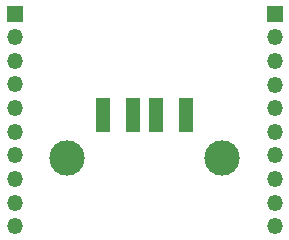
<source format=gts>
G04 #@! TF.GenerationSoftware,KiCad,Pcbnew,7.0.7*
G04 #@! TF.CreationDate,2023-10-04T16:54:14-06:00*
G04 #@! TF.ProjectId,USB_Module,5553425f-4d6f-4647-956c-652e6b696361,rev?*
G04 #@! TF.SameCoordinates,Original*
G04 #@! TF.FileFunction,Soldermask,Top*
G04 #@! TF.FilePolarity,Negative*
%FSLAX46Y46*%
G04 Gerber Fmt 4.6, Leading zero omitted, Abs format (unit mm)*
G04 Created by KiCad (PCBNEW 7.0.7) date 2023-10-04 16:54:14*
%MOMM*%
%LPD*%
G01*
G04 APERTURE LIST*
%ADD10R,1.250000X3.000000*%
%ADD11C,3.000000*%
%ADD12R,1.350000X1.350000*%
%ADD13O,1.350000X1.350000*%
G04 APERTURE END LIST*
D10*
X140822800Y-96236000D03*
X143322800Y-96236000D03*
X145322800Y-96236000D03*
X147822800Y-96236000D03*
D11*
X137752800Y-99916000D03*
X150892800Y-99916000D03*
D12*
X133333600Y-87690200D03*
D13*
X133333600Y-89690200D03*
X133333600Y-91690200D03*
X133333600Y-93690200D03*
X133333600Y-95690200D03*
X133333600Y-97690200D03*
X133333600Y-99690200D03*
X133333600Y-101690200D03*
X133333600Y-103690200D03*
X133333600Y-105690200D03*
D12*
X155321000Y-87700600D03*
D13*
X155321000Y-89700600D03*
X155321000Y-91700600D03*
X155321000Y-93700600D03*
X155321000Y-95700600D03*
X155321000Y-97700600D03*
X155321000Y-99700600D03*
X155321000Y-101700600D03*
X155321000Y-103700600D03*
X155321000Y-105700600D03*
M02*

</source>
